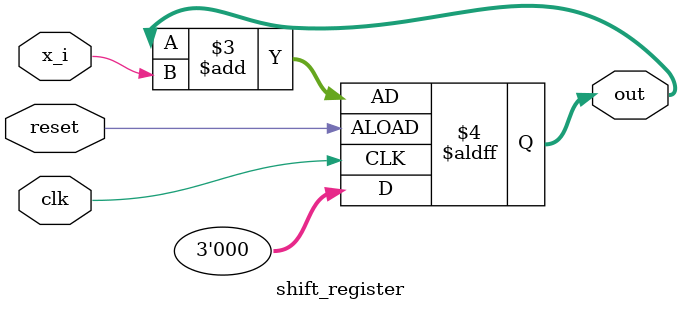
<source format=v>
`timescale 1ns / 1ps


module shift_register(
    input clk,
    input reset,
    input x_i,
    output reg [2:0] out
    );
    
    always@(posedge clk or negedge reset) begin
        if (reset)
            out <= 3'b000;
        else begin
            out <= out << 1;
            out <= out + x_i;
        end
    end
    
endmodule

</source>
